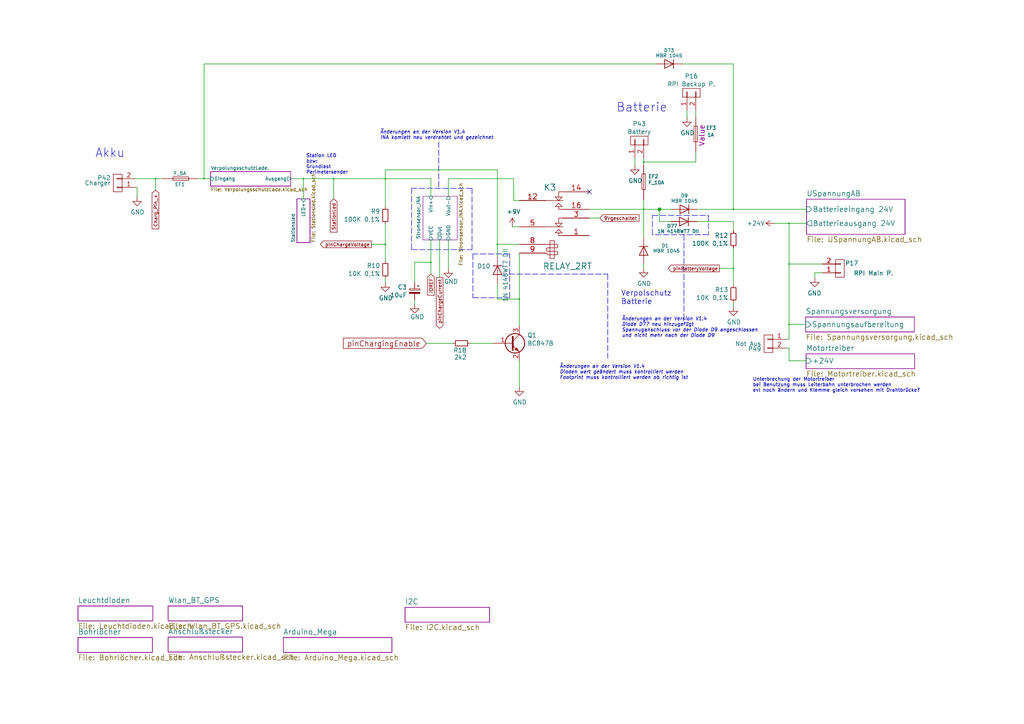
<source format=kicad_sch>
(kicad_sch (version 20201015) (generator eeschema)
  (paper "A4")
  (title_block (title "Ardumower shield SVN Version") (date "2020-11-26") (rev "1.4") (company "ML AG JL UZ") (comment 1 "Unterspannungsschutz von AlexanderG"))
  (lib_symbols
    (symbol "ardumower-mega-shield-svn-rescue:+24V-RESCUE-ardumower_mega_shield_svn" (power) (pin_names (offset 0))
      (property "Value" "+24V-RESCUE-ardumower_mega_shield_svn" (at 0 3.556 0))
      (symbol "+24V-RESCUE-ardumower_mega_shield_svn_0_1"
        (polyline (pts (xy -0.762 1.27) (xy 0 2.54)))
        (polyline (pts (xy 0 0) (xy 0 2.54)))
        (polyline (pts (xy 0 2.54) (xy 0.762 1.27)))
      )
      (symbol "+24V-RESCUE-ardumower_mega_shield_svn_1_1"
        (pin power_in line (at 0 0 90) (length 0) hide (name "+24V") (number "1"))
      )
    )
    (symbol "ardumower-mega-shield-svn-rescue:+9V-RESCUE-ardumower_mega_shield_svn" (power) (pin_names (offset 0))
      (property "Value" "+9V-RESCUE-ardumower_mega_shield_svn" (at 0 3.556 0))
      (symbol "+9V-RESCUE-ardumower_mega_shield_svn_0_1"
        (polyline (pts (xy -0.762 1.27) (xy 0 2.54)))
        (polyline (pts (xy 0 0) (xy 0 2.54)))
        (polyline (pts (xy 0 2.54) (xy 0.762 1.27)))
      )
      (symbol "+9V-RESCUE-ardumower_mega_shield_svn_1_1"
        (pin power_in line (at 0 0 90) (length 0) hide (name "+9V") (number "1"))
      )
    )
    (symbol "ardumower-mega-shield-svn-rescue:1N4148-RESCUE-ardumower_mega_shield_svn" (pin_numbers hide) (pin_names hide)
      (property "Reference" "D" (at 0 2.54 0))
      (property "Value" "1N4148-RESCUE-ardumower_mega_shield_svn" (at 0 -2.54 0))
      (symbol "1N4148-RESCUE-ardumower_mega_shield_svn_0_1"
        (polyline (pts (xy -1.27 1.27) (xy -1.27 -1.27)) (stroke (width 0.2032)))
        (polyline (pts (xy 1.27 0) (xy -1.27 0)))
        (polyline (pts (xy 1.27 1.27) (xy 1.27 -1.27) (xy -1.27 0) (xy 1.27 1.27)) (stroke (width 0.2032)))
      )
      (symbol "1N4148-RESCUE-ardumower_mega_shield_svn_1_1"
        (pin passive line (at -3.81 0 0) (length 2.54) (name "K") (number "1"))
        (pin passive line (at 3.81 0 180) (length 2.54) (name "A") (number "2"))
      )
    )
    (symbol "ardumower-mega-shield-svn-rescue:BC849-RESCUE-ardumower_mega_shield_svn" (pin_names (offset 0) hide)
      (property "Reference" "Q" (at 5.08 1.905 0))
      (property "Value" "BC849-RESCUE-ardumower_mega_shield_svn" (at 5.08 0 0))
      (symbol "BC849-RESCUE-ardumower_mega_shield_svn_0_1"
        (circle (center 1.27 0) (radius 2.8194) (stroke (width 0.254)))
        (polyline (pts (xy 0.635 0.635) (xy 2.54 2.54)))
        (polyline (pts (xy 0.635 -0.635) (xy 2.54 -2.54) (xy 2.54 -2.54)))
        (polyline (pts (xy 0.635 1.905) (xy 0.635 -1.905) (xy 0.635 -1.905)) (stroke (width 0.508)))
        (polyline (pts (xy 1.27 -1.778) (xy 1.778 -1.27) (xy 2.286 -2.286) (xy 1.27 -1.778) (xy 1.27 -1.778)) (fill (type outline)))
      )
      (symbol "BC849-RESCUE-ardumower_mega_shield_svn_1_1"
        (pin input line (at -5.08 0 0) (length 5.715) (name "B") (number "1"))
        (pin passive line (at 2.54 -5.08 90) (length 2.54) (name "E") (number "2"))
        (pin passive line (at 2.54 5.08 270) (length 2.54) (name "C") (number "3"))
      )
    )
    (symbol "ardumower-mega-shield-svn-rescue:CONN_01X02-RESCUE-ardumower_mega_shield_svn" (pin_names hide)
      (property "Reference" "J" (at 0 3.81 0))
      (property "Value" "CONN_01X02-RESCUE-ardumower_mega_shield_svn" (at 2.54 0 90))
      (symbol "CONN_01X02-RESCUE-ardumower_mega_shield_svn_0_1"
        (rectangle (start -1.27 -1.143) (end 0.254 -1.397))
        (rectangle (start -1.27 1.397) (end 0.254 1.143))
        (rectangle (start -1.27 2.54) (end 1.27 -2.54))
      )
      (symbol "CONN_01X02-RESCUE-ardumower_mega_shield_svn_1_1"
        (pin passive line (at -5.08 1.27 0) (length 3.81) (name "P1") (number "1"))
        (pin passive line (at -5.08 -1.27 0) (length 3.81) (name "P2") (number "2"))
      )
    )
    (symbol "ardumower-mega-shield-svn-rescue:CP_Small-RESCUE-ardumower_mega_shield_svn" (pin_numbers hide) (pin_names (offset 0.254) hide)
      (property "Reference" "C" (at 0.254 1.778 0))
      (property "Value" "CP_Small-RESCUE-ardumower_mega_shield_svn" (at 0.254 -2.032 0))
      (symbol "CP_Small-RESCUE-ardumower_mega_shield_svn_0_1"
        (rectangle (start -1.524 -0.3048) (end 1.524 -0.6858) (fill (type outline)))
        (rectangle (start -1.524 0.6858) (end 1.524 0.3048))
        (polyline (pts (xy -1.27 1.524) (xy -0.762 1.524)))
        (polyline (pts (xy -1.016 1.27) (xy -1.016 1.778)))
      )
      (symbol "CP_Small-RESCUE-ardumower_mega_shield_svn_1_1"
        (pin passive line (at 0 2.54 270) (length 1.8542) (name "~") (number "1"))
        (pin passive line (at 0 -2.54 90) (length 1.8542) (name "~") (number "2"))
      )
    )
    (symbol "ardumower-mega-shield-svn-rescue:D-RESCUE-ardumower_mega_shield_svn" (pin_numbers hide) (pin_names hide)
      (property "Reference" "D" (at 0 2.54 0))
      (property "Value" "D-RESCUE-ardumower_mega_shield_svn" (at 0 -2.54 0))
      (symbol "D-RESCUE-ardumower_mega_shield_svn_0_1"
        (polyline (pts (xy -1.27 1.27) (xy -1.27 -1.27)) (stroke (width 0.2032)))
        (polyline (pts (xy 1.27 0) (xy -1.27 0)))
        (polyline (pts (xy 1.27 1.27) (xy 1.27 -1.27) (xy -1.27 0) (xy 1.27 1.27)) (stroke (width 0.2032)))
      )
      (symbol "D-RESCUE-ardumower_mega_shield_svn_1_1"
        (pin passive line (at -3.81 0 0) (length 2.54) (name "K") (number "1"))
        (pin passive line (at 3.81 0 180) (length 2.54) (name "A") (number "2"))
      )
    )
    (symbol "ardumower-mega-shield-svn-rescue:F_10A-RESCUE-ardumower_mega_shield_svn" (pin_numbers hide) (pin_names (offset 0.254))
      (property "Reference" "EF" (at -4.572 2.032 0))
      (property "Value" "F_10A-RESCUE-ardumower_mega_shield_svn" (at -2.54 -2.032 0))
      (symbol "F_10A-RESCUE-ardumower_mega_shield_svn_0_1"
        (polyline (pts (xy 2.032 0) (xy -2.54 0) (xy -2.54 0) (xy -2.54 0)))
        (polyline (pts (xy -2.54 0.508) (xy -2.54 -0.508) (xy 2.032 -0.508) (xy 2.032 0.508) (xy -2.54 0.508) (xy -2.54 0.508)))
      )
      (symbol "F_10A-RESCUE-ardumower_mega_shield_svn_1_1"
        (pin power_in line (at 5.08 0 180) (length 3.048) (name "~") (number "1"))
        (pin power_out line (at -5.08 0 0) (length 2.54) (name "~") (number "2"))
      )
    )
    (symbol "ardumower-mega-shield-svn-rescue:GND-RESCUE-ardumower_mega_shield_svn" (power) (pin_names (offset 0))
      (property "Value" "GND-RESCUE-ardumower_mega_shield_svn" (at 0 -3.81 0))
      (symbol "GND-RESCUE-ardumower_mega_shield_svn_0_1"
        (polyline (pts (xy 0 0) (xy 0 -1.27) (xy 1.27 -1.27) (xy 0 -2.54) (xy -1.27 -1.27) (xy 0 -1.27)))
      )
      (symbol "GND-RESCUE-ardumower_mega_shield_svn_1_1"
        (pin power_in line (at 0 0 270) (length 0) hide (name "GND") (number "1"))
      )
    )
    (symbol "ardumower-mega-shield-svn-rescue:RELAY_2RT-RESCUE-ardumower_mega_shield_svn" (pin_names hide)
      (property "Reference" "K" (at -1.27 10.16 0))
      (property "Value" "RELAY_2RT-RESCUE-ardumower_mega_shield_svn" (at 3.81 -12.7 0))
      (symbol "RELAY_2RT-RESCUE-ardumower_mega_shield_svn_0_1"
        (polyline (pts (xy -2.54 -8.89) (xy -2.286 -8.89)))
        (polyline (pts (xy -2.54 -6.35) (xy -1.27 -6.35)))
        (polyline (pts (xy -2.54 -1.27) (xy 1.27 -1.27)))
        (polyline (pts (xy -2.286 -8.89) (xy -1.778 -9.3726)))
        (polyline (pts (xy -2.286 -8.1026) (xy -2.286 -7.62)))
        (polyline (pts (xy -2.032 -8.382) (xy -2.286 -8.1026)))
        (polyline (pts (xy -2.032 -7.366) (xy -2.286 -7.62)))
        (polyline (pts (xy -1.778 -9.3726) (xy -1.27 -9.3726)))
        (polyline (pts (xy -1.27 -10.414) (xy -1.27 -5.3086)))
        (polyline (pts (xy -1.27 -8.382) (xy -2.032 -8.382)))
        (polyline (pts (xy -1.27 -8.382) (xy 0 -8.382)))
        (polyline (pts (xy -1.27 -7.366) (xy -2.032 -7.366)))
        (polyline (pts (xy -1.27 -6.35) (xy 0 -6.35)))
        (polyline (pts (xy -1.27 -5.3086) (xy 0 -5.3086)))
        (polyline (pts (xy 0 -10.414) (xy -1.27 -10.414)))
        (polyline (pts (xy 0 -9.3726) (xy -1.27 -9.3726)))
        (polyline (pts (xy 0 -9.3726) (xy 0.7366 -9.3726)))
        (polyline (pts (xy 0 -8.382) (xy 0.7366 -8.382)))
        (polyline (pts (xy 0 -7.366) (xy -1.27 -7.366)))
        (polyline (pts (xy 0 -7.366) (xy 0.7366 -7.366)))
        (polyline (pts (xy 0 -6.35) (xy 0.7366 -6.35)))
        (polyline (pts (xy 0 -5.3086) (xy 0 -10.414)))
        (polyline (pts (xy 0.254 -3.0226) (xy 2.2606 -3.0226)))
        (polyline (pts (xy 0.254 -0.2286) (xy 2.2606 -0.2286)))
        (polyline (pts (xy 0.254 4.572) (xy 1.27 5.6134)))
        (polyline (pts (xy 0.254 7.366) (xy 0.9906 7.366)))
        (polyline (pts (xy 0.7366 -9.3726) (xy 0.9906 -9.144)))
        (polyline (pts (xy 0.7366 -8.382) (xy 0.9906 -8.636)))
        (polyline (pts (xy 0.7366 -7.366) (xy 0.9906 -7.112)))
        (polyline (pts (xy 0.7366 -6.35) (xy 0.9906 -6.5786)))
        (polyline (pts (xy 0.9906 -9.144) (xy 0.9906 -8.636)))
        (polyline (pts (xy 0.9906 -6.5786) (xy 0.9906 -7.112)))
        (polyline (pts (xy 0.9906 6.6294) (xy 0.254 7.366)))
        (polyline (pts (xy 0.9906 6.6294) (xy 1.27 6.35)))
        (polyline (pts (xy 0.9906 7.366) (xy 2.2606 7.366)))
        (polyline (pts (xy 1.27 -3.81) (xy 1.27 -3.302)))
        (polyline (pts (xy 1.27 -3.302) (xy 1.27 -3.0226)))
        (polyline (pts (xy 1.27 -2.032) (xy 0.254 -3.0226)))
        (polyline (pts (xy 1.27 -1.27) (xy 0.254 -0.2286)))
        (polyline (pts (xy 1.27 -1.27) (xy 2.54 -1.27)))
        (polyline (pts (xy 1.27 1.27) (xy 1.27 -0.2286)))
        (polyline (pts (xy 1.27 1.27) (xy 2.54 1.27)))
        (polyline (pts (xy 1.27 3.81) (xy 1.27 4.572)))
        (polyline (pts (xy 1.27 3.81) (xy 2.54 3.81)))
        (polyline (pts (xy 1.27 5.6134) (xy 2.2606 4.572)))
        (polyline (pts (xy 1.27 6.35) (xy -2.54 6.35)))
        (polyline (pts (xy 1.27 6.35) (xy 1.524 6.35)))
        (polyline (pts (xy 1.27 8.89) (xy 1.27 7.366)))
        (polyline (pts (xy 1.27 8.89) (xy 2.54 8.89)))
        (polyline (pts (xy 1.524 6.35) (xy 2.54 6.35)))
        (polyline (pts (xy 2.2606 -3.0226) (xy 1.27 -2.032)))
        (polyline (pts (xy 2.2606 -0.2286) (xy 1.27 -1.27)))
        (polyline (pts (xy 2.2606 4.572) (xy 0.254 4.572)))
        (polyline (pts (xy 2.2606 7.366) (xy 1.27 6.35)))
        (polyline (pts (xy 2.54 -3.81) (xy 1.27 -3.81)))
      )
      (symbol "RELAY_2RT-RESCUE-ardumower_mega_shield_svn_1_1"
        (pin passive line (at 10.16 -3.81 180) (length 7.62) (name "T1") (number "1"))
        (pin passive line (at -10.16 6.35 0) (length 7.62) (name "C2") (number "12"))
        (pin passive line (at 10.16 8.89 180) (length 7.62) (name "R2") (number "14"))
        (pin passive line (at 10.16 3.81 180) (length 7.62) (name "T2") (number "16"))
        (pin passive line (at 10.16 1.27 180) (length 7.62) (name "R1") (number "3"))
        (pin passive line (at -10.16 -1.27 0) (length 7.62) (name "C1") (number "5"))
        (pin input line (at -10.16 -6.35 0) (length 7.62) (name "8") (number "8"))
        (pin input line (at -10.16 -8.89 0) (length 7.62) (name "9") (number "9"))
      )
    )
    (symbol "ardumower-mega-shield-svn-rescue:R_Small-RESCUE-ardumower_mega_shield_svn" (pin_numbers hide) (pin_names (offset 0.254) hide)
      (property "Reference" "R" (at 0.762 0.508 0))
      (property "Value" "R_Small-RESCUE-ardumower_mega_shield_svn" (at 0.762 -1.016 0))
      (symbol "R_Small-RESCUE-ardumower_mega_shield_svn_0_1"
        (rectangle (start -0.762 1.778) (end 0.762 -1.778) (stroke (width 0.2032)))
      )
      (symbol "R_Small-RESCUE-ardumower_mega_shield_svn_1_1"
        (pin passive line (at 0 2.54 270) (length 0.762) (name "~") (number "1"))
        (pin passive line (at 0 -2.54 90) (length 0.762) (name "~") (number "2"))
      )
    )
  )
  (junction (at 45.085 51.816) (diameter 0.3048))
  (junction (at 59.182 51.816) (diameter 0.3048))
  (junction (at 88.011 51.816) (diameter 0.3048))
  (junction (at 96.774 51.816) (diameter 0.3048))
  (junction (at 111.76 51.816) (diameter 0.3048))
  (junction (at 111.76 70.866) (diameter 0.3048))
  (junction (at 124.968 76.073) (diameter 0.3048))
  (junction (at 144.272 70.866) (diameter 0.3048))
  (junction (at 150.622 86.741) (diameter 0.3048))
  (junction (at 186.69 46.99) (diameter 0.3048))
  (junction (at 186.69 60.706) (diameter 0.3048))
  (junction (at 191.262 60.706) (diameter 0.9144))
  (junction (at 212.725 60.706) (diameter 0.3048))
  (junction (at 212.725 77.851) (diameter 0.3048))
  (junction (at 228.854 64.77) (diameter 0.3048))
  (junction (at 228.854 76.581) (diameter 0.3048))
  (junction (at 228.854 94.107) (diameter 0.3048))
  (no_connect (at 170.942 55.626))
  (wire (pts (xy 39.243 51.816) (xy 45.085 51.816)))
  (wire (pts (xy 39.751 54.356) (xy 39.243 54.356)))
  (wire (pts (xy 39.751 57.15) (xy 39.751 54.356)))
  (wire (pts (xy 45.085 51.816) (xy 47.117 51.816)))
  (wire (pts (xy 45.085 55.118) (xy 45.085 51.816)))
  (wire (pts (xy 57.277 51.816) (xy 59.182 51.816)))
  (wire (pts (xy 59.182 18.542) (xy 59.182 51.816)))
  (wire (pts (xy 59.182 51.816) (xy 61.087 51.816)))
  (wire (pts (xy 84.328 51.816) (xy 88.011 51.816)))
  (wire (pts (xy 88.011 51.816) (xy 96.774 51.816)))
  (wire (pts (xy 88.011 57.658) (xy 88.011 51.816)))
  (wire (pts (xy 96.774 51.816) (xy 111.76 51.816)))
  (wire (pts (xy 96.774 57.658) (xy 96.774 51.816)))
  (wire (pts (xy 107.696 70.866) (xy 111.76 70.866)))
  (wire (pts (xy 111.76 49.276) (xy 111.76 51.816)))
  (wire (pts (xy 111.76 49.276) (xy 144.272 49.276)))
  (wire (pts (xy 111.76 51.816) (xy 111.76 59.944)))
  (wire (pts (xy 111.76 51.816) (xy 124.968 51.816)))
  (wire (pts (xy 111.76 65.024) (xy 111.76 70.866)))
  (wire (pts (xy 111.76 70.866) (xy 111.76 75.692)))
  (wire (pts (xy 111.76 80.772) (xy 111.76 82.042)))
  (wire (pts (xy 120.269 76.073) (xy 124.968 76.073)))
  (wire (pts (xy 120.269 81.915) (xy 120.269 76.073)))
  (wire (pts (xy 120.269 86.995) (xy 120.269 88.265)))
  (wire (pts (xy 123.698 99.568) (xy 131.318 99.568)))
  (wire (pts (xy 124.968 51.816) (xy 124.968 56.896)))
  (wire (pts (xy 124.968 69.596) (xy 124.968 76.073)))
  (wire (pts (xy 124.968 76.073) (xy 124.968 79.502)))
  (wire (pts (xy 127.508 69.596) (xy 127.508 80.518)))
  (wire (pts (xy 130.048 51.816) (xy 130.048 56.896)))
  (wire (pts (xy 130.048 51.816) (xy 148.971 51.816)))
  (wire (pts (xy 130.048 69.596) (xy 130.048 77.978)))
  (wire (pts (xy 136.398 99.568) (xy 143.002 99.568)))
  (wire (pts (xy 144.272 49.276) (xy 144.272 70.866)))
  (wire (pts (xy 144.272 70.866) (xy 144.272 74.549)))
  (wire (pts (xy 144.272 70.866) (xy 150.622 70.866)))
  (wire (pts (xy 144.272 82.169) (xy 144.272 86.741)))
  (wire (pts (xy 144.272 86.741) (xy 150.622 86.741)))
  (wire (pts (xy 148.971 51.816) (xy 148.971 58.166)))
  (wire (pts (xy 150.622 58.166) (xy 148.971 58.166)))
  (wire (pts (xy 150.622 65.786) (xy 148.59 65.786)))
  (wire (pts (xy 150.622 73.406) (xy 150.622 86.741)))
  (wire (pts (xy 150.622 86.741) (xy 150.622 94.488)))
  (wire (pts (xy 150.622 104.648) (xy 150.622 112.268)))
  (wire (pts (xy 170.942 60.706) (xy 186.69 60.706)))
  (wire (pts (xy 170.942 63.246) (xy 173.99 63.246)))
  (wire (pts (xy 184.15 48.006) (xy 184.15 45.847)))
  (wire (pts (xy 186.69 45.847) (xy 186.69 46.99)))
  (wire (pts (xy 186.69 46.99) (xy 186.69 47.879)))
  (wire (pts (xy 186.69 46.99) (xy 201.803 46.99)))
  (wire (pts (xy 186.69 58.039) (xy 186.69 60.706)))
  (wire (pts (xy 186.69 60.706) (xy 186.69 68.961)))
  (wire (pts (xy 186.69 60.706) (xy 191.262 60.706)))
  (wire (pts (xy 186.69 76.581) (xy 186.69 77.851)))
  (wire (pts (xy 190.246 18.542) (xy 59.182 18.542)))
  (wire (pts (xy 191.262 60.706) (xy 194.691 60.706)))
  (wire (pts (xy 191.262 64.262) (xy 191.262 60.706)))
  (wire (pts (xy 194.564 64.262) (xy 191.262 64.262)))
  (wire (pts (xy 197.866 18.542) (xy 212.725 18.542)))
  (wire (pts (xy 199.263 34.163) (xy 199.263 32.004)))
  (wire (pts (xy 201.803 34.036) (xy 201.803 32.004)))
  (wire (pts (xy 201.803 46.99) (xy 201.803 44.196)))
  (wire (pts (xy 202.184 64.262) (xy 212.725 64.262)))
  (wire (pts (xy 202.311 60.706) (xy 212.725 60.706)))
  (wire (pts (xy 208.661 77.851) (xy 212.725 77.851)))
  (wire (pts (xy 212.725 18.542) (xy 212.725 60.706)))
  (wire (pts (xy 212.725 60.706) (xy 233.934 60.706)))
  (wire (pts (xy 212.725 64.262) (xy 212.725 66.929)))
  (wire (pts (xy 212.725 72.009) (xy 212.725 77.851)))
  (wire (pts (xy 212.725 77.851) (xy 212.725 82.677)))
  (wire (pts (xy 212.725 87.757) (xy 212.725 89.027)))
  (wire (pts (xy 224.663 64.77) (xy 228.854 64.77)))
  (wire (pts (xy 227.965 100.965) (xy 228.854 100.965)))
  (wire (pts (xy 228.854 64.77) (xy 228.854 76.581)))
  (wire (pts (xy 228.854 64.77) (xy 233.934 64.77)))
  (wire (pts (xy 228.854 76.581) (xy 228.854 94.107)))
  (wire (pts (xy 228.854 76.581) (xy 238.506 76.581)))
  (wire (pts (xy 228.854 94.107) (xy 228.854 98.425)))
  (wire (pts (xy 228.854 94.107) (xy 233.68 94.107)))
  (wire (pts (xy 228.854 98.425) (xy 227.965 98.425)))
  (wire (pts (xy 228.854 100.965) (xy 228.854 104.648)))
  (wire (pts (xy 228.854 104.648) (xy 233.807 104.648)))
  (wire (pts (xy 236.347 79.121) (xy 238.506 79.121)))
  (wire (pts (xy 236.347 80.645) (xy 236.347 79.121)))
  (polyline (pts (xy 119.38 54.61) (xy 119.38 72.39)) (stroke (width 0) (type dash)))
  (polyline (pts (xy 119.38 72.39) (xy 136.906 72.39)) (stroke (width 0) (type dash)))
  (polyline (pts (xy 127.254 41.148) (xy 127.254 54.61)) (stroke (width 0) (type dash)))
  (polyline (pts (xy 136.906 54.61) (xy 119.38 54.61)) (stroke (width 0) (type dash)))
  (polyline (pts (xy 136.906 72.39) (xy 136.906 54.61)) (stroke (width 0) (type dash)))
  (polyline (pts (xy 137.16 73.66) (xy 137.16 86.36)) (stroke (width 0) (type dash)))
  (polyline (pts (xy 137.16 86.36) (xy 147.828 86.36)) (stroke (width 0) (type dash)))
  (polyline (pts (xy 147.574 79.502) (xy 176.276 79.502)) (stroke (width 0) (type dash)))
  (polyline (pts (xy 147.828 73.66) (xy 137.16 73.66)) (stroke (width 0) (type dash)))
  (polyline (pts (xy 147.828 86.36) (xy 147.828 73.66)) (stroke (width 0) (type dash)))
  (polyline (pts (xy 176.276 79.502) (xy 176.276 103.886)) (stroke (width 0) (type dash)))
  (polyline (pts (xy 189.23 62.484) (xy 205.486 62.484)) (stroke (width 0) (type dash)))
  (polyline (pts (xy 189.23 68.072) (xy 189.23 62.484)) (stroke (width 0) (type dash)))
  (polyline (pts (xy 198.374 68.072) (xy 198.374 92.202)) (stroke (width 0) (type dash)))
  (polyline (pts (xy 205.486 62.484) (xy 205.486 68.072)) (stroke (width 0) (type dash)))
  (polyline (pts (xy 205.486 68.072) (xy 189.23 68.072)) (stroke (width 0) (type dash)))
  (text "https://www.reichelt.de/ICs-TLC-TSA-/TS-2940-CP33/3/index.html?ACTION=3&LA=5700&ARTICLE=115975&GROUPID=5480&artnr=TS+2940+CP33\n\nhttps://www.reichelt.de/ICs-TLC-TSA-/TS-2940-CP50/3/index.html?ACTION=3&LA=5700&ARTICLE=115976&GROUPID=5480&artnr=TS+2940+CP50\n\nhttps://www.reichelt.de/ICs-TA-TL-/TD-62783-AFWG/3/index.html?ACTION=3&LA=446&ARTICLE=188954&GROUPID=5479&artnr=TD+62783+AFWG&SEARCH=TD62783" (at -150.114 -3.302 0) (effects (font (size 1.4986 1.4986)) (justify left bottom)))
  (text "Kontrolle Funktion Ultraschall\nKontrolle RC Fernbedienung\nKontrolle Unterspannunsabschaltung ob sie mit 3V an bleibt\nRelais schaltung ändern damit nur noch 1 Relais notwendig ist\nUDN 2981 ersetzen durch SMD Bauteil evl TD 62783 AFWG :: Treiber-IC, SO-18W\nOdemetrie kontrollieren\nIC2 Bus Kontrollieren\nSpannungsaufbereitung evl ändern mit anderen DC wandlern bis 30V\n\nBauteile siehe Links" (at -149.098 35.941 0) (effects (font (size 2.0066 2.0066)) (justify left bottom)))
  (text "[21:36:55] Kurzschuss - Uwe: gut dan warte ich nochmal mit den widerständen bis du soweit bist\n[21:38:22] Kurzschuss - Uwe: Dann mache ich nur die andern Änderungen mit dem DHT22 dropsensoren usw und warte dann erst mal ab. wenn ich es habe lade ich dann hoch\n[21:38:26] Jürgen Lange: überall wo level shifter dran sind kannst du die Dioden und den widerstand wegmachen\n[21:39:37] Kurzschuss - Uwe: da warte ich erst mal wo dann noch ein widerstand dazukommt. das wird dann ein Aufwasch\n\n\n\nwenn du da gerade dran bist die ganzen reserve dinger AD7, pinOdometriyRight2 etc hast du auf iOREF versorgt da solltest du 5V dran machen da bleiben dann auch die Dioden und der widerstand\nich sehe gerade das bei den Odemetrie pin der Spannungsanschluss auf iorf liegt. Dazwischen ist dann noch der ODoteiler und der Levelshifter.\nIch vermute mal das die odemetriepins auch auf 5V müssen damit der Odoteiler richtig arbeitetein klaaaaaaares ja" (at 10.16 246.634 0) (effects (font (size 2.0066 2.0066)) (justify left bottom)))
  (text "Akku\n" (at 27.559 45.974 0) (effects (font (size 2.5146 2.5146)) (justify left bottom)))
  (text "LED Rechner:\nhttp://www.elektronik-kompendium.de/sites/bau/1109111.htm\n\nZ-Dioden Rechner:\nhttp://www.dieelektronikerseite.de/Tools/Zenerdiode.htm" (at 73.152 -8.89 0) (effects (font (size 1.524 1.524)) (justify left bottom)))
  (text "Station LED\nbzw:\nGrundlast\nPerimetersender" (at 88.773 50.673 0) (effects (font (size 0.9906 0.9906)) (justify left bottom)))
  (text "Änderungen an der Version V1.4\nINA komlett neu verdrahtet und gezeichnet" (at 110.236 40.64 0) (effects (font (size 1 1) italic) (justify left bottom)))
  (text "Änderungen an der Version V1.4\nDioden wert geändert muss kontrolliert werden\nFootprint muss kontrolliert werden ob richtig ist" (at 162.306 110.236 0) (effects (font (size 1 1) italic) (justify left bottom)))
  (text "Batterie\n" (at 178.689 32.766 0) (effects (font (size 2.5146 2.5146)) (justify left bottom)))
  (text "Verpolschutz\nBatterie" (at 180.086 88.519 0) (effects (font (size 1.524 1.524)) (justify left bottom)))
  (text "Änderungen an der Version V1.4\nDiode D77 neu hinzugefügt\nSpannuganschluss vor der Diode D9 angeschlossen\nund nicht mehr nach der Diode D9" (at 180.34 98.044 0) (effects (font (size 1 1) italic) (justify left bottom)))
  (text "Unterbrechung der Motortreiber\nbei Benutzung muss Leiterbahn unterbrochen werden\nevl noch ändern und Klemme gleich vorsehen mit Drahtbrücke?" (at 218.313 113.919 0) (effects (font (size 0.9906 0.9906)) (justify left bottom)))
  (text "LED Anzeigen - Hardware:\n\nLed 3V grün -   Betriebsanzeige Versorgungsspannung\nLED 24V grün - Betriebsanzeige Versorgungsspannung R2 für 12 V anpassen\nLED 5V grün -   Betriebsanzeige Versorgungsspannung\nLED Station - gelb - Statusanzeige ob Mover in Ladestation\n\n----------------------------------------------------------\n\nLED Anzeigen - Software:\n\nDual LED z.B:\nDual LED grün. Dauerlicht - Mover innerhalb Perimeter\nDual LED grün+rot = Orange - Dauerlicht Mover außerhalb Perimeter\nDual LED grün+rot = Orange - Blinkt Mover findet  Perimeter nicht oder sucht danach\nDual LED rot =  Blinkt Fehler kurzseitig Überlast Antriebmotor Treibe oder Mähmotor. \nDual LED rot - Dauerlicht - Fehler muß für weiterfahren durch drücken \nvon Button zurückgesetzt werden\n----------------------------------------------------------\n\nLED Status - grün Dauerlicht - warte auf Eingabe\n\nLED Status - grün blinken 1 bis 5 mal hintereinander\nmit länger Pause dazwischen für Anzeige in welchen\nBetriebsmodi sich der Mover befindet" (at 229.997 -11.43 0) (effects (font (size 1.524 1.524)) (justify left bottom)))
  (text "[20:50:34 | Bearbeitet 20:51:30] Jürgen Lange: setze für den dcdc einen 78s05 ein oder die die ich auf der BumperDuino nehme LM2940CS-5.0 um das bt zuversorgen für die Versorgung vom wlan einen 3,3v low drop\n[20:51:20] Kurzschuss - Uwe: also die 5V nicht vom Mega holen bzw die 3,3V\n[20:51:44] Jürgen Lange: für bt und wlan nicht\n[20:51:54] Jürgen Lange: für den rest okay\n[20:52:01] Kurzschuss - Uwe: okay\n[20:53:21] Jürgen Lange: setze bei allen Wandlern ob dcdc oder 78xx revers Dioden und rückführ Dioden die 78xx oder ähnlich kommen gleich vom 9v dcdc\n[20:54:26] Kurzschuss - Uwe: Ich übernehme die Schaltung vom Bumberduino\n\n\n\n[11:55:48] Jürgen Lange: im Klartext die Spannungen vom längsregler nur für Versorgung von bt etc nehmen gaaaaanz wichtig sonst haust du den due weg wenn jemand den usb stecker steckt\n[11:56:29] Jürgen Lange: der mega könnte auch aufgeben aber das habe ich noch nicht geprüft" (at 351.028 70.866 0) (effects (font (size 2.9972 2.9972)) (justify left bottom)))
  (global_label "Charg_Pin_+" (shape input) (at 45.085 55.118 270) (property "Intersheet References" "${INTERSHEET_REFS}" (effects hide)) (effects (font (size 0.9906 0.9906))))
  (global_label "StationLed" (shape input) (at 96.774 57.658 270) (property "Intersheet References" "${INTERSHEET_REFS}" (effects hide)) (effects (font (size 0.9906 0.9906))))
  (global_label "pinChargeVoltage" (shape output) (at 107.696 70.866 180) (property "Intersheet References" "${INTERSHEET_REFS}" (effects hide)) (effects (font (size 0.9906 0.9906))))
  (global_label "pinChargingEnable" (shape input) (at 123.698 99.568 180) (property "Intersheet References" "${INTERSHEET_REFS}" (effects hide)) (effects (font (size 1.524 1.524))))
  (global_label "IOREF" (shape input) (at 124.968 79.502 270) (property "Intersheet References" "${INTERSHEET_REFS}" (effects hide)) (effects (font (size 0.9906 0.9906))))
  (global_label "pinChargeCurrent" (shape output) (at 127.508 80.518 270) (property "Intersheet References" "${INTERSHEET_REFS}" (effects hide)) (effects (font (size 0.9906 0.9906))))
  (global_label "9Vgeschaltet" (shape input) (at 173.99 63.246 0) (property "Intersheet References" "${INTERSHEET_REFS}" (effects hide)) (effects (font (size 0.9906 0.9906))))
  (global_label "pinBatteryVoltage" (shape output) (at 208.661 77.851 180) (property "Intersheet References" "${INTERSHEET_REFS}" (effects hide)) (effects (font (size 0.9906 0.9906))))
  (symbol (lib_id "ardumower-mega-shield-svn-rescue:+9V-RESCUE-ardumower_mega_shield_svn") (at 148.59 65.786 0) (unit 1)
    (property "Reference" "#PWR012" (effects hide))
    (property "Value" "+9V" (at 148.971 61.3918 0))
  )
  (symbol (lib_id "ardumower-mega-shield-svn-rescue:+24V-RESCUE-ardumower_mega_shield_svn") (at 224.663 64.77 90) (unit 1)
    (property "Reference" "#PWR05" (effects hide))
    (property "Value" "+24V" (at 219.202 64.77 90))
  )
  (symbol (lib_id "ardumower-mega-shield-svn-rescue:GND-RESCUE-ardumower_mega_shield_svn") (at 39.751 57.15 0) (unit 1)
    (property "Reference" "#PWR03" (effects hide))
    (property "Value" "GND" (at 39.878 61.5442 0))
  )
  (symbol (lib_id "ardumower-mega-shield-svn-rescue:GND-RESCUE-ardumower_mega_shield_svn") (at 111.76 82.042 0) (unit 1)
    (property "Reference" "#PWR02" (effects hide))
    (property "Value" "GND" (at 111.887 86.4362 0))
  )
  (symbol (lib_id "ardumower-mega-shield-svn-rescue:GND-RESCUE-ardumower_mega_shield_svn") (at 120.269 88.265 0) (unit 1)
    (property "Reference" "#PWR07" (effects hide))
    (property "Value" "GND" (at 121.031 91.948 0))
  )
  (symbol (lib_id "ardumower-mega-shield-svn-rescue:GND-RESCUE-ardumower_mega_shield_svn") (at 130.048 77.978 0) (unit 1)
    (property "Reference" "#PWR06" (effects hide))
    (property "Value" "GND" (at 130.81 81.661 0))
  )
  (symbol (lib_id "ardumower-mega-shield-svn-rescue:GND-RESCUE-ardumower_mega_shield_svn") (at 150.622 112.268 0) (unit 1)
    (property "Reference" "#PWR01" (effects hide))
    (property "Value" "GND" (at 150.749 116.6622 0))
  )
  (symbol (lib_id "ardumower-mega-shield-svn-rescue:GND-RESCUE-ardumower_mega_shield_svn") (at 184.15 48.006 0) (unit 1)
    (property "Reference" "#PWR04" (effects hide))
    (property "Value" "GND" (at 184.277 52.4002 0))
  )
  (symbol (lib_id "ardumower-mega-shield-svn-rescue:GND-RESCUE-ardumower_mega_shield_svn") (at 186.69 77.851 0) (unit 1)
    (property "Reference" "#PWR09" (effects hide))
    (property "Value" "GND" (at 186.817 82.2452 0))
  )
  (symbol (lib_id "ardumower-mega-shield-svn-rescue:GND-RESCUE-ardumower_mega_shield_svn") (at 199.263 34.163 0) (unit 1)
    (property "Reference" "#PWR010" (effects hide))
    (property "Value" "GND" (at 199.39 38.5572 0))
  )
  (symbol (lib_id "ardumower-mega-shield-svn-rescue:GND-RESCUE-ardumower_mega_shield_svn") (at 212.725 89.027 0) (unit 1)
    (property "Reference" "#PWR08" (effects hide))
    (property "Value" "GND" (at 212.852 93.4212 0))
  )
  (symbol (lib_id "ardumower-mega-shield-svn-rescue:GND-RESCUE-ardumower_mega_shield_svn") (at 236.347 80.645 0) (mirror y) (unit 1)
    (property "Reference" "#PWR011" (effects hide))
    (property "Value" "GND" (at 236.22 85.0392 0))
  )
  (symbol (lib_id "ardumower-mega-shield-svn-rescue:R_Small-RESCUE-ardumower_mega_shield_svn") (at 111.76 62.484 0) (mirror y) (unit 1)
    (property "Reference" "R9" (at 110.2614 61.3156 0) (effects (justify left)))
    (property "Value" "100K 0,1%" (at 110.2614 63.627 0) (effects (justify left)))
    (property "Footprint" "Resistors_SMD:R_1206" (effects hide))
    (property "Datasheet" "http://cdn-reichelt.de/documents/datenblatt/B400/DS_NICC_SERIE_NTR.pdf" (effects hide))
    (property "Gehäuseart" "1206" (effects hide))
    (property "Bestelllink" "https://www.reichelt.de/SMD-1206-von-1-bis-910-kOhm/SPR-1206-100K/3/index.html?ACTION=3&LA=446&ARTICLE=123458&GROUPID=7974&artnr=SPR-1206+100K&SEARCH=spr-1206%2B100k" (effects hide))
    (property "Technische Daten" "SMD-Chipwiderstand 1206, 100 kOhm, 0,1%" (effects hide))
    (property "Bestellnummer" "R: SPR-1206 100K" (effects hide))
    (property "Bauform" "1206" (effects hide))
    (property "Funktion" "SMD-Chipwiderstand 1206, 100 kOhm, 0,1%" (effects hide))
    (property "Hersteller" "Value" (effects hide))
    (property "Hersteller Bestellnummer" "Value" (effects hide))
    (property "Bestücken (Assemble)" "JA (YES)" (effects hide))
    (property "Reichelt-Bestellnummer" "R: SPR-1206 100K" (effects hide))
  )
  (symbol (lib_id "ardumower-mega-shield-svn-rescue:R_Small-RESCUE-ardumower_mega_shield_svn") (at 111.76 78.232 0) (mirror y) (unit 1)
    (property "Reference" "R10" (at 110.2868 77.0636 0) (effects (justify left)))
    (property "Value" "10K 0,1%" (at 110.2868 79.375 0) (effects (justify left)))
    (property "Footprint" "Resistors_SMD:R_1206" (effects hide))
    (property "Datasheet" "http://cdn-reichelt.de/documents/datenblatt/B400/DS_NICC_SERIE_NTR.pdf" (effects hide))
    (property "Gehäuseart" "1206" (effects hide))
    (property "Bestelllink" "https://www.reichelt.de/SMD-1206-von-1-bis-910-kOhm/SPR-1206-10-0K/3/index.html?ACTION=3&LA=446&ARTICLE=123435&GROUPID=7974&artnr=SPR-1206+10%2C0K&SEARCH=spr-1206%2B10%252C0k" (effects hide))
    (property "Technische Daten" "SMD-Chipwiderstand 1206, 10,0 kOhm, 0,1%" (effects hide))
    (property "Bestellnummer" "R: SPR-1206 10,0K" (effects hide))
    (property "Bauform" "1206" (effects hide))
    (property "Funktion" "SMD chip resistor 1206, 10.0 kOhms, 0.1%" (effects hide))
    (property "Hersteller" "Value" (effects hide))
    (property "Hersteller Bestellnummer" "Value" (effects hide))
    (property "Bestücken (Assemble)" "JA (YES)" (effects hide))
    (property "Reichelt-Bestellnummer" "R: SPR-1206 10,0K" (effects hide))
  )
  (symbol (lib_id "ardumower-mega-shield-svn-rescue:R_Small-RESCUE-ardumower_mega_shield_svn") (at 133.858 99.568 90) (mirror x) (unit 1)
    (property "Reference" "R18" (at 135.382 101.6 90) (effects (justify left)))
    (property "Value" "2k2" (at 135.382 103.632 90) (effects (justify left)))
    (property "Footprint" "Zimprich:R_0603" (effects hide))
    (property "Gehäuseart" "0603" (effects hide))
    (property "Bestelllink" "https://www.reichelt.de/smd-widerstand-0603-2-2-kohm-100-mw-1--rnd-0603-1-2-2k-p183061.html?GROUPID=7968&SEARCH=0603%2B2%252C2k&&r=1" (effects hide))
    (property "Technische Daten" "SMD-Widerstand, 0603, 2,2 kOhm, 100 mW, 1%" (effects hide))
    (property "Bestellnummer" "R: RND 0603 1 2,2K" (effects hide))
    (property "Bauform" "Value" (effects hide))
    (property "Funktion" "SMD-Widerstand, 0603, 2,2 kOhm, 100 mW, 1%" (effects hide))
    (property "Hersteller" "Value" (effects hide))
    (property "Hersteller Bestellnummer" "Value" (effects hide))
    (property "Bestücken (Assemble)" "JA (YES)" (effects hide))
    (property "Reichelt-Bestellnummer" "R: RND 0603 1 2,2K" (effects hide))
  )
  (symbol (lib_id "ardumower-mega-shield-svn-rescue:R_Small-RESCUE-ardumower_mega_shield_svn") (at 212.725 69.469 0) (mirror y) (unit 1)
    (property "Reference" "R12" (at 211.2264 68.3006 0) (effects (justify left)))
    (property "Value" "100K 0,1%" (at 211.2264 70.612 0) (effects (justify left)))
    (property "Footprint" "Resistors_SMD:R_1206" (effects hide))
    (property "Datasheet" "http://cdn-reichelt.de/documents/datenblatt/B400/DS_NICC_SERIE_NTR.pdf" (effects hide))
    (property "Gehäuseart" "1206" (effects hide))
    (property "Bestelllink" "https://www.reichelt.de/SMD-1206-von-1-bis-910-kOhm/SPR-1206-100K/3/index.html?ACTION=3&LA=446&ARTICLE=123458&GROUPID=7974&artnr=SPR-1206+100K&SEARCH=spr-1206%2B100k" (effects hide))
    (property "Technische Daten" "SMD-Chipwiderstand 1206, 100 kOhm, 0,1%" (effects hide))
    (property "Bestellnummer" "R: SPR-1206 100K" (effects hide))
    (property "Bauform" "1206" (effects hide))
    (property "Funktion" "SMD-Chipwiderstand 1206, 100 kOhm, 0,1%" (effects hide))
    (property "Hersteller" "Value" (effects hide))
    (property "Hersteller Bestellnummer" "Value" (effects hide))
    (property "Bestücken (Assemble)" "JA (YES)" (effects hide))
    (property "Reichelt-Bestellnummer" "R: SPR-1206 100K" (effects hide))
  )
  (symbol (lib_id "ardumower-mega-shield-svn-rescue:R_Small-RESCUE-ardumower_mega_shield_svn") (at 212.725 85.217 0) (mirror y) (unit 1)
    (property "Reference" "R13" (at 211.2518 84.0486 0) (effects (justify left)))
    (property "Value" "10K 0,1%" (at 211.2518 86.36 0) (effects (justify left)))
    (property "Footprint" "Resistors_SMD:R_1206" (effects hide))
    (property "Datasheet" "http://cdn-reichelt.de/documents/datenblatt/B400/DS_NICC_SERIE_NTR.pdf" (effects hide))
    (property "Gehäuseart" "1206" (effects hide))
    (property "Bestelllink" "https://www.reichelt.de/SMD-1206-von-1-bis-910-kOhm/SPR-1206-10-0K/3/index.html?ACTION=3&LA=446&ARTICLE=123435&GROUPID=7974&artnr=SPR-1206+10%2C0K&SEARCH=spr-1206%2B10%252C0k" (effects hide))
    (property "Technische Daten" "SMD-Chipwiderstand 1206, 10,0 kOhm, 0,1%" (effects hide))
    (property "Bestellnummer" "R: SPR-1206 10,0K" (effects hide))
    (property "Bauform" "1206" (effects hide))
    (property "Funktion" "SMD chip resistor 1206, 10.0 kOhms, 0.1%" (effects hide))
    (property "Hersteller" "Value" (effects hide))
    (property "Hersteller Bestellnummer" "Value" (effects hide))
    (property "Bestücken (Assemble)" "JA (YES)" (effects hide))
    (property "Reichelt-Bestellnummer" "R: SPR-1206 10,0K" (effects hide))
  )
  (symbol (lib_id "ardumower-mega-shield-svn-rescue:F_10A-RESCUE-ardumower_mega_shield_svn") (at 52.197 51.816 180) (unit 1)
    (property "Reference" "EF1" (at 52.197 53.467 0) (effects (font (size 1.016 1.016))))
    (property "Value" "F_5A" (at 52.197 50.292 0) (effects (font (size 1.016 1.016))))
    (property "Footprint" "Zimprich:Fuseholder5x20_vert_closed_Bulgin_FX0456_und_TR15_Halter" (effects hide))
    (property "Gehäuseart" "Value" (effects hide))
    (property "Bestelllink" "https://www.reichelt.de/Sicherungshalter/RND-170-00006/3/index.html?ACTION=3&LA=5700&ARTICLE=170726&GROUPID=7659&artnr=RND+170-00006" (effects hide))
    (property "Technische Daten" "Sicherungshalter, Feinsicherungen 5x20mm, vertikal" (effects hide))
    (property "Bestellnummer" "R: RND 170-00006" (effects hide))
    (property "Bauform" "Value" (effects hide))
    (property "Funktion" "Sicherungshalter, Feinsicherungen 5x20mm, vertikal" (effects hide))
    (property "Hersteller" "Value" (effects hide))
    (property "Hersteller Bestellnummer" "Value" (effects hide))
    (property "Bestücken (Assemble)" "NEIN (NO)" (effects hide))
    (property "Reichelt-Bestellnummer" "R: RND 170-00006" (effects hide))
  )
  (symbol (lib_id "ardumower-mega-shield-svn-rescue:F_10A-RESCUE-ardumower_mega_shield_svn") (at 186.69 52.959 270) (unit 1)
    (property "Reference" "EF2" (at 189.484 51.181 90) (effects (font (size 1.016 1.016))))
    (property "Value" "F_10A" (at 190.373 52.959 90) (effects (font (size 1.016 1.016))))
    (property "Footprint" "Zimprich:Fuseholder5x20_vert_closed_Bulgin_FX0456_und_TR15_Halter" (effects hide))
    (property "Gehäuseart" "Value" (effects hide))
    (property "Bestelllink" "https://www.reichelt.de/Sicherungshalter/RND-170-00006/3/index.html?ACTION=3&LA=5700&ARTICLE=170726&GROUPID=7659&artnr=RND+170-00006" (effects hide))
    (property "Technische Daten" "Sicherungshalter, Feinsicherungen 5x20mm, vertikal" (effects hide))
    (property "Bestellnummer" "R: RND 170-00006" (effects hide))
    (property "Bauform" "Value" (effects hide))
    (property "Funktion" "Sicherungshalter, Feinsicherungen 5x20mm, vertikal" (effects hide))
    (property "Hersteller" "Value" (effects hide))
    (property "Hersteller Bestellnummer" "Value" (effects hide))
    (property "Bestücken (Assemble)" "NEIN (NO)" (effects hide))
    (property "Reichelt-Bestellnummer" "R: RND 170-00006" (effects hide))
  )
  (symbol (lib_id "ardumower-mega-shield-svn-rescue:F_10A-RESCUE-ardumower_mega_shield_svn") (at 201.803 39.116 270) (unit 1)
    (property "Reference" "EF3" (at 206.248 37.084 90) (effects (font (size 1.016 1.016))))
    (property "Value" "1A" (at 206.121 39.116 90) (effects (font (size 1.016 1.016))))
    (property "Footprint" "Zimprich:Fuse_SMD" (effects hide))
    (property "Gehäuseart" "Value" (effects hide))
    (property "Bestelllink" "https://www.reichelt.de/SMD-Sicherungen/OMT-125-3-5A/3/index.html?ACTION=3&LA=446&ARTICLE=52972&GROUPID=7660&artnr=OMT+125+3%2C5A&SEARCH=smd%2Bsicherung%2B125" (effects hide))
    (property "Technische Daten" "https://www.reichelt.de/SMD-Sicherungen/OMH-125-HALTER/3/index.html?ACTION=3&LA=446&ARTICLE=77866&GROUPID=7660&artnr=OMH+125+HALTER&SEARCH=smd%2Bsicherung%2B125" (effects hide))
    (property "Bestellnummer" "R: OMH 125 HALTER" (effects hide))
    (property "Bauform" "Value" (at 203.581 39.243 0) (effects (font (size 1.524 1.524))))
    (property "Funktion" "Value" (effects hide))
    (property "Hersteller" "Value" (effects hide))
    (property "Hersteller Bestellnummer" "Value" (effects hide))
    (property "Bestücken (Assemble)" "JA (YES)" (effects hide))
  )
  (symbol (lib_id "ardumower-mega-shield-svn-rescue:CP_Small-RESCUE-ardumower_mega_shield_svn") (at 120.269 84.455 0) (mirror y) (unit 1)
    (property "Reference" "C3" (at 118.0338 83.2866 0) (effects (justify left)))
    (property "Value" "10uF" (at 118.0338 85.598 0) (effects (justify left)))
    (property "Footprint" "Zimprich:Elko_vert_11.2x6.3mm_RM2.5_RM5.0" (effects hide))
    (property "Gehäuseart" "Value" (effects hide))
    (property "Bestelllink" "Value" (effects hide))
    (property "Technische Daten" "Value" (effects hide))
    (property "Bestellnummer" "Value" (effects hide))
    (property "Bauform" "Value" (effects hide))
    (property "Bestücken (Assemble)" "NEIN (NO)" (effects hide))
    (property "Funktion" "Value" (effects hide))
  )
  (symbol (lib_id "ardumower-mega-shield-svn-rescue:1N4148-RESCUE-ardumower_mega_shield_svn") (at 144.272 78.359 270) (unit 1)
    (property "Reference" "D10" (at 142.2654 77.1906 90) (effects (justify right)))
    (property "Value" "1N 4148WT7 DII" (at 146.5834 87.63 0) (effects (justify right)))
    (property "Footprint" "Diode_SMD:D_SOD-523" (effects hide))
    (property "Datasheet" "https://cdn-reichelt.de/documents/datenblatt/A400/1N4148WT_ENG_TDS.pdf" (effects hide))
    (property "Bauform" "SOD-523" (effects hide))
    (property "Bestelllink" "https://www.reichelt.de/schalt-diode-100-v-150-ma-sod-523-1n-4148wt7-dii-p219386.html?&trstct=pos_6&nbc=1" (effects hide))
    (property "Technische Daten" "Schalt-Diode, 100 V, 150 mA, SOD-523" (effects hide))
    (property "Bestellnummer" "R: 1N 4148WT7 DII" (effects hide))
    (property "Funktion" "Schalt-Diode, 100 V, 150 mA, SOD-523" (effects hide))
    (property "Gehäuseart" "SOD-523" (effects hide))
    (property "Reichelt-Bestellnummer" "R: 1N 4148WT7 DII" (effects hide))
    (property "Bestücken (Assemble)" "JA (YES)" (effects hide))
  )
  (symbol (lib_id "ardumower-mega-shield-svn-rescue:D-RESCUE-ardumower_mega_shield_svn") (at 186.69 72.771 270) (unit 1)
    (property "Reference" "D1" (at 192.913 71.247 90) (effects (font (size 0.9906 0.9906))))
    (property "Value" "MBR 1045" (at 193.294 72.771 90) (effects (font (size 0.9906 0.9906))))
    (property "Footprint" "Diodes_ThroughHole:Diode_TO-220_Vertical" (effects hide))
    (property "Datasheet" "Value" (effects hide))
    (property "Gehäuseart" "TO-220AC " (effects hide))
    (property "Bestelllink" "https://www.reichelt.de/schottkydiode-45-v-10-a-to-220ac-mbr-1045-p41944.html?&trstct=pos_0&nbc=1" (effects hide))
    (property "Technische Daten" "Schottkydiode, 45 V, 10 A, TO-220AC" (effects hide))
    (property "Bestellnummer" "R: MBR 1045" (effects hide))
    (property "Bauform" "Value" (effects hide))
    (property "Funktion" "Schottkydiode, 45 V, 10 A, TO-220AC" (effects hide))
    (property "Reichelt-Bestellnummer" "R: MBR 1045" (effects hide))
    (property "Bestücken (Assemble)" "NEIN (NO)" (effects hide))
  )
  (symbol (lib_id "ardumower-mega-shield-svn-rescue:D-RESCUE-ardumower_mega_shield_svn") (at 194.056 18.542 180) (unit 1)
    (property "Reference" "D73" (at 194.056 14.605 0) (effects (font (size 0.9906 0.9906))))
    (property "Value" "MBR 1045" (at 194.056 16.129 0) (effects (font (size 0.9906 0.9906))))
    (property "Footprint" "Zimprich:MBR1045" (effects hide))
    (property "Datasheet" "Value" (effects hide))
    (property "Gehäuseart" "TO-220AC" (effects hide))
    (property "Bestelllink" "https://www.reichelt.de/schottkydiode-45-v-10-a-to-220ac-mbr-1045-p41944.html?&trstct=pos_0&nbc=1" (effects hide))
    (property "Technische Daten" "Schottkydiode, 45 V, 10 A, TO-220AC" (effects hide))
    (property "Bestellnummer" "R: MBR 1045" (effects hide))
    (property "Bauform" "Value" (effects hide))
    (property "Funktion" "Schottkydiode, 45 V, 10 A, TO-220AC" (effects hide))
    (property "Hersteller" "Value" (effects hide))
    (property "Hersteller Bestellnummer" "Value" (effects hide))
    (property "Bestücken (Assemble)" "NEIN (NO)" (effects hide))
    (property "Reichelt-Bestellnummer" "R: MBR 1045" (effects hide))
  )
  (symbol (lib_id "ardumower-mega-shield-svn-rescue:1N4148-RESCUE-ardumower_mega_shield_svn") (at 198.374 64.262 180) (unit 1)
    (property "Reference" "D77" (at 193.446 65.557 0) (effects (font (size 0.991 0.991)) (justify right)))
    (property "Value" "1N 4148WT7 DII" (at 190.627 67.081 0) (effects (font (size 0.991 0.991)) (justify right)))
    (property "Footprint" "Diode_SMD:D_SOD-523" (effects hide))
    (property "Datasheet" "https://cdn-reichelt.de/documents/datenblatt/A400/1N4148WT_ENG_TDS.pdf" (effects hide))
    (property "Bauform" "SOD-523" (effects hide))
    (property "Bestelllink" "https://www.reichelt.de/schalt-diode-100-v-150-ma-sod-523-1n-4148wt7-dii-p219386.html?&trstct=pos_6&nbc=1" (effects hide))
    (property "Technische Daten" "Schalt-Diode, 100 V, 150 mA, SOD-523" (effects hide))
    (property "Bestellnummer" "R: 1N 4148WT7 DII" (effects hide))
    (property "Reichelt-Bestellnummer" "R: 1N 4148WT7 DII" (effects hide))
    (property "Funktion" "Schalt-Diode, 100 V, 150 mA, SOD-523" (effects hide))
    (property "Gehäuseart" "SOD-523 " (effects hide))
    (property "Hersteller Bestellnummer" "Value" (effects hide))
    (property "Bestücken (Assemble)" "JA (YES)" (effects hide))
  )
  (symbol (lib_id "ardumower-mega-shield-svn-rescue:D-RESCUE-ardumower_mega_shield_svn") (at 198.501 60.706 180) (unit 1)
    (property "Reference" "D9" (at 198.501 56.769 0) (effects (font (size 0.9906 0.9906))))
    (property "Value" "MBR 1045" (at 198.501 58.293 0) (effects (font (size 0.9906 0.9906))))
    (property "Footprint" "Diodes_ThroughHole:Diode_TO-220_Vertical" (effects hide))
    (property "Datasheet" "Value" (effects hide))
    (property "Gehäuseart" "TO-220AC " (effects hide))
    (property "Bestelllink" "https://www.reichelt.de/schottkydiode-45-v-10-a-to-220ac-mbr-1045-p41944.html?&trstct=pos_0&nbc=1" (effects hide))
    (property "Technische Daten" "Schottkydiode, 45 V, 10 A, TO-220AC" (effects hide))
    (property "Bestellnummer" "R: MBR 1045" (effects hide))
    (property "Bauform" "Value" (effects hide))
    (property "Funktion" "Schottkydiode, 45 V, 10 A, TO-220AC" (effects hide))
    (property "Reichelt-Bestellnummer" "R: MBR 1045" (effects hide))
    (property "Bestücken (Assemble)" "NEIN (NO)" (effects hide))
  )
  (symbol (lib_id "ardumower-mega-shield-svn-rescue:CONN_01X02-RESCUE-ardumower_mega_shield_svn") (at 34.163 53.086 180) (unit 1)
    (property "Reference" "P42" (at 32.131 51.562 0) (effects (justify left)))
    (property "Value" "Charger" (at 32.131 53.086 0) (effects (justify left)))
    (property "Footprint" "Zimprich:Anschlussklemme_RM5,08-RM7,62" (effects hide))
    (property "Gehäuseart" "Value" (effects hide))
    (property "Bestelllink" "Value" (effects hide))
    (property "Technische Daten" "Value" (effects hide))
    (property "Bestellnummer" "Value" (effects hide))
    (property "Bauform" "Value" (effects hide))
    (property "Bestücken (Assemble)" "NEIN (NO)" (effects hide))
  )
  (symbol (lib_id "ardumower-mega-shield-svn-rescue:CONN_01X02-RESCUE-ardumower_mega_shield_svn") (at 185.42 40.767 90) (unit 1)
    (property "Reference" "P43" (at 185.42 35.941 90))
    (property "Value" "Battery" (at 185.42 38.227 90))
    (property "Footprint" "Zimprich:Anschlussklemme_RM5,08-RM7,62" (effects hide))
    (property "Gehäuseart" "Value" (effects hide))
    (property "Bestelllink" "Value" (effects hide))
    (property "Technische Daten" "Value" (effects hide))
    (property "Bestellnummer" "Value" (effects hide))
    (property "Bauform" "Value" (effects hide))
    (property "Bestücken (Assemble)" "NEIN (NO)" (effects hide))
  )
  (symbol (lib_id "ardumower-mega-shield-svn-rescue:CONN_01X02-RESCUE-ardumower_mega_shield_svn") (at 200.533 26.924 90) (unit 1)
    (property "Reference" "P16" (at 200.533 22.098 90))
    (property "Value" "RPI Backup P." (at 200.533 24.384 90))
    (property "Footprint" "Terminal_Blocks:TerminalBlock_Pheonix_MKDS1.5-2pol" (effects hide))
    (property "Gehäuseart" "Value" (effects hide))
    (property "Bestelllink" "Value" (effects hide))
    (property "Technische Daten" "Value" (effects hide))
    (property "Bestellnummer" "Value" (effects hide))
    (property "Bauform" "Value" (effects hide))
    (property "Funktion" "Value" (effects hide))
    (property "Hersteller" "Value" (effects hide))
    (property "Hersteller Bestellnummer" "Value" (effects hide))
    (property "Bestücken (Assemble)" "NEIN (NO)" (effects hide))
  )
  (symbol (lib_id "ardumower-mega-shield-svn-rescue:CONN_01X02-RESCUE-ardumower_mega_shield_svn") (at 222.885 99.695 0) (mirror y) (unit 1)
    (property "Reference" "P49" (at 220.853 101.219 0) (effects (justify left)))
    (property "Value" "Not Aus" (at 220.853 99.695 0) (effects (justify left)))
    (property "Footprint" "Terminal_Blocks:TerminalBlock_Pheonix_MKDS1.5-2pol" (effects hide))
    (property "Gehäuseart" "Value" (effects hide))
    (property "Bestelllink" "Value" (effects hide))
    (property "Technische Daten" "Value" (effects hide))
    (property "Bestellnummer" "Value" (effects hide))
    (property "Bauform" "Value" (effects hide))
    (property "Bestücken (Assemble)" "NEIN (NO)" (effects hide))
  )
  (symbol (lib_id "ardumower-mega-shield-svn-rescue:CONN_01X02-RESCUE-ardumower_mega_shield_svn") (at 243.586 77.851 0) (mirror x) (unit 1)
    (property "Reference" "P17" (at 247.015 76.327 0))
    (property "Value" "RPI Main P." (at 253.365 79.248 0))
    (property "Footprint" "Terminal_Blocks:TerminalBlock_Pheonix_MKDS1.5-2pol" (effects hide))
    (property "Gehäuseart" "Value" (effects hide))
    (property "Bestelllink" "Value" (effects hide))
    (property "Technische Daten" "Value" (effects hide))
    (property "Bestellnummer" "Value" (effects hide))
    (property "Bauform" "Value" (effects hide))
    (property "Funktion" "Value" (effects hide))
    (property "Hersteller" "Value" (effects hide))
    (property "Hersteller Bestellnummer" "Value" (effects hide))
    (property "Bestücken (Assemble)" "NEIN (NO)" (effects hide))
  )
  (symbol (lib_id "ardumower-mega-shield-svn-rescue:BC849-RESCUE-ardumower_mega_shield_svn") (at 148.082 99.568 0) (unit 1)
    (property "Reference" "Q1" (at 152.9334 97.2566 0) (effects (justify left)))
    (property "Value" "BC847B" (at 152.9334 99.568 0) (effects (justify left)))
    (property "Footprint" "TO_SOT_Packages_SMD:SOT-23" (effects hide))
    (property "Gehäuseart" "SOT-23 " (effects hide))
    (property "Bestelllink" "https://www.reichelt.de/de/en/transistor-smd-npn-sot-23-45-v-0-1-a-0-25-w-bc-847b-smd-p18562.html?GROUPID=7206&&r=1" (effects hide))
    (property "Technische Daten" "Transistor SMD NPN SOT-23 45 V 0.1 A 0.25 W" (effects hide))
    (property "Bestellnummer" "R: BC 847B SMD" (effects hide))
    (property "Bauform" "Value" (effects hide))
    (property "Bestücken (Assemble)" "JA (YES)" (effects hide))
    (property "Funktion" "Transistor SMD NPN SOT-23 45 V 0.1 A 0.25 W" (effects hide))
    (property "Reichelt-Bestellnummer" "R: BC 847B SMD" (effects hide))
  )
  (symbol (lib_id "ardumower-mega-shield-svn-rescue:RELAY_2RT-RESCUE-ardumower_mega_shield_svn") (at 160.782 64.516 0) (unit 1)
    (property "Reference" "K3" (at 159.512 54.356 0) (effects (font (size 1.778 1.778))))
    (property "Value" "RELAY_2RT" (at 164.592 77.216 0) (effects (font (size 1.778 1.778))))
    (property "Footprint" "Zimprich:Relais_DPDT_Schrack-RT2_RM5mm_3D_Kontaktbelegung_geändert_FIN40.52.9_6V" (effects hide))
    (property "Bestellnummer" "Siehe Bauteileigenschaften" (effects hide))
    (property "Quelle" "http://www.reichelt.de/Print-Steckrelais/FIN-40-52-9-6V/3/index.html?&ACTION=3&LA=2&ARTICLE=8108&GROUPID=3293&artnr=FIN+40.52.9+6V" (effects hide))
    (property "Bestellnummer 24V" "R: FIN 40.52.9 24V" (effects hide))
    (property "Bestellnummer 12V" "R: FIN 40.52.9 12V" (effects hide))
    (property "Bestellnummer 6V" "R: FIN 40.52.9 6V" (effects hide))
    (property "Printfassung für Relais" "R: FIN 95.15.2" (effects hide))
    (property "Bestücken (Assemble)" "NEIN (NO) SolderJumper" (effects hide))
  )
  (sheet (at 48.768 184.785) (size 21.59 4.318) (stroke (width 0) (color 132 0 132 1)) (fill (color 255 255 255 0.0000))
    (property "Schaltplanname" "Anschlußstecker" (at 48.768 184.0225 0) (effects (font (size 1.524 1.524)) (justify left bottom)))
    (property "Dateiname Blatt" "Anschlußstecker.kicad_sch" (at 48.768 189.7131 0) (effects (font (size 1.524 1.524)) (justify left top)))
  )
  (sheet (at 82.169 184.912) (size 31.496 4.318) (stroke (width 0) (color 132 0 132 1)) (fill (color 255 255 255 0.0000))
    (property "Schaltplanname" "Arduino_Mega" (at 82.169 184.1495 0) (effects (font (size 1.524 1.524)) (justify left bottom)))
    (property "Dateiname Blatt" "Arduino_Mega.kicad_sch" (at 82.169 189.8401 0) (effects (font (size 1.524 1.524)) (justify left top)))
  )
  (sheet (at 22.606 184.912) (size 21.59 4.318) (stroke (width 0) (color 132 0 132 1)) (fill (color 255 255 255 0.0000))
    (property "Schaltplanname" "Bohrlöcher" (at 22.606 184.1495 0) (effects (font (size 1.524 1.524)) (justify left bottom)))
    (property "Dateiname Blatt" "Bohrlöcher.kicad_sch" (at 22.606 189.8401 0) (effects (font (size 1.524 1.524)) (justify left top)))
  )
  (sheet (at 117.475 176.149) (size 24.511 4.318) (stroke (width 0) (color 132 0 132 1)) (fill (color 255 255 255 0.0000))
    (property "Schaltplanname" "I2C" (at 117.475 175.3865 0) (effects (font (size 1.524 1.524)) (justify left bottom)))
    (property "Dateiname Blatt" "I2C.kicad_sch" (at 117.475 181.0771 0) (effects (font (size 1.524 1.524)) (justify left top)))
  )
  (sheet (at 22.606 175.768) (size 21.717 4.318) (stroke (width 0) (color 132 0 132 1)) (fill (color 255 255 255 0.0000))
    (property "Schaltplanname" "Leuchtdioden" (at 22.606 175.0055 0) (effects (font (size 1.524 1.524)) (justify left bottom)))
    (property "Dateiname Blatt" "Leuchtdioden.kicad_sch" (at 22.606 180.6961 0) (effects (font (size 1.524 1.524)) (justify left top)))
  )
  (sheet (at 233.807 102.616) (size 31.496 4.318) (stroke (width 0) (color 132 0 132 1)) (fill (color 255 255 255 0.0000))
    (property "Schaltplanname" "Motortreiber" (at 233.807 101.8535 0) (effects (font (size 1.524 1.524)) (justify left bottom)))
    (property "Dateiname Blatt" "Motortreiber.kicad_sch" (at 233.807 107.5441 0) (effects (font (size 1.524 1.524)) (justify left top)))
    (pin "+24V" input (at 233.807 104.648 180) (effects (font (size 1.524 1.524))))
  )
  (sheet (at 233.68 91.948) (size 31.496 4.318) (stroke (width 0) (color 132 0 132 1)) (fill (color 255 255 255 0.0000))
    (property "Schaltplanname" "Spannungsversorgung" (at 233.68 91.1855 0) (effects (font (size 1.524 1.524)) (justify left bottom)))
    (property "Dateiname Blatt" "Spannungsversorgung.kicad_sch" (at 233.68 96.8761 0) (effects (font (size 1.524 1.524)) (justify left top)))
    (pin "Spannungsaufbereitung" input (at 233.68 94.107 180) (effects (font (size 1.524 1.524))))
  )
  (sheet (at 86.106 57.658) (size 3.81 12.7) (stroke (width 0) (color 132 0 132 1)) (fill (color 255 255 255 0.0000))
    (property "Schaltplanname" "Stationsled" (at 85.6102 70.358 90) (effects (font (size 0.9906 0.9906)) (justify left bottom)))
    (property "Dateiname Blatt" "Stationsled.kicad_sch" (at 90.3127 70.358 90) (effects (font (size 0.9906 0.9906)) (justify left top)))
    (pin "LED+" input (at 88.011 57.658 90) (effects (font (size 0.9906 0.9906))))
  )
  (sheet (at 122.682 56.896) (size 9.906 12.7) (stroke (width 0.001) (color 132 0 132 1)) (fill (color 255 255 255 0.0000))
    (property "Schaltplanname" "Stromsensor_INA" (at 121.92 69.349 90) (effects (font (size 0.991 0.991)) (justify left bottom)))
    (property "Dateiname Blatt" "Stromsensor_INA.kicad_sch" (at 133.096 77.109 90) (effects (font (size 0.991 0.991)) (justify left top)))
    (pin "VCC" input (at 124.968 69.596 270) (effects (font (size 1 1))))
    (pin "GND" input (at 130.048 69.596 270) (effects (font (size 1 1))))
    (pin "Out" output (at 127.508 69.596 270) (effects (font (size 1 1))))
    (pin "Vin+" input (at 124.968 56.896 90) (effects (font (size 1 1))))
    (pin "Vout-" output (at 130.048 56.896 90) (effects (font (size 1 1))))
  )
  (sheet (at 233.934 57.785) (size 28.575 10.16) (stroke (width 0) (color 132 0 132 1)) (fill (color 255 255 255 0.0000))
    (property "Schaltplanname" "USpannungAB" (at 233.934 57.0225 0) (effects (font (size 1.524 1.524)) (justify left bottom)))
    (property "Dateiname Blatt" "USpannungAB.kicad_sch" (at 233.934 68.5551 0) (effects (font (size 1.524 1.524)) (justify left top)))
    (pin "Batterieeingang 24V" input (at 233.934 60.706 180) (effects (font (size 1.524 1.524))))
    (pin "Batterieausgang 24V" output (at 233.934 64.77 180) (effects (font (size 1.524 1.524))))
  )
  (sheet (at 61.087 49.784) (size 23.241 4.191) (stroke (width 0) (color 132 0 132 1)) (fill (color 255 255 255 0.0000))
    (property "Schaltplanname" "VerpolungsschutzLade." (at 61.087 49.2882 0) (effects (font (size 0.9906 0.9906)) (justify left bottom)))
    (property "Dateiname Blatt" "VerpolungsschutzLade.kicad_sch" (at 61.087 54.3717 0) (effects (font (size 0.9906 0.9906)) (justify left top)))
    (pin "Ausgang" output (at 84.328 51.816 0) (effects (font (size 0.9906 0.9906))))
    (pin "Eingang" input (at 61.087 51.816 180) (effects (font (size 0.9906 0.9906))))
  )
  (sheet (at 48.768 175.768) (size 21.59 4.318) (stroke (width 0) (color 132 0 132 1)) (fill (color 255 255 255 0.0000))
    (property "Schaltplanname" "Wlan_BT_GPS" (at 48.768 175.0055 0) (effects (font (size 1.524 1.524)) (justify left bottom)))
    (property "Dateiname Blatt" "Wlan_BT_GPS.kicad_sch" (at 48.768 180.6961 0) (effects (font (size 1.524 1.524)) (justify left top)))
  )
)
</source>
